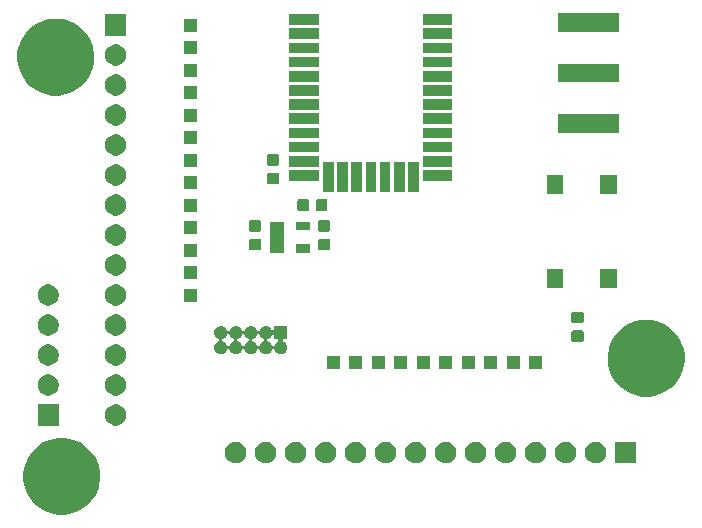
<source format=gbr>
G04 #@! TF.GenerationSoftware,KiCad,Pcbnew,(5.1.5)-3*
G04 #@! TF.CreationDate,2020-02-12T21:54:59-05:00*
G04 #@! TF.ProjectId,BGM210P_Proto,42474d32-3130-4505-9f50-726f746f2e6b,rev?*
G04 #@! TF.SameCoordinates,Original*
G04 #@! TF.FileFunction,Soldermask,Top*
G04 #@! TF.FilePolarity,Negative*
%FSLAX46Y46*%
G04 Gerber Fmt 4.6, Leading zero omitted, Abs format (unit mm)*
G04 Created by KiCad (PCBNEW (5.1.5)-3) date 2020-02-12 21:54:59*
%MOMM*%
%LPD*%
G04 APERTURE LIST*
%ADD10C,0.100000*%
G04 APERTURE END LIST*
D10*
G36*
X151634239Y-116311467D02*
G01*
X151948282Y-116373934D01*
X152539926Y-116619001D01*
X153072392Y-116974784D01*
X153525216Y-117427608D01*
X153880999Y-117960074D01*
X154038939Y-118341375D01*
X154126066Y-118551719D01*
X154251000Y-119179803D01*
X154251000Y-119820197D01*
X154188533Y-120134239D01*
X154126066Y-120448282D01*
X153880999Y-121039926D01*
X153525216Y-121572392D01*
X153072392Y-122025216D01*
X152539926Y-122380999D01*
X151948282Y-122626066D01*
X151634239Y-122688533D01*
X151320197Y-122751000D01*
X150679803Y-122751000D01*
X150365761Y-122688533D01*
X150051718Y-122626066D01*
X149460074Y-122380999D01*
X148927608Y-122025216D01*
X148474784Y-121572392D01*
X148119001Y-121039926D01*
X147873934Y-120448282D01*
X147811467Y-120134239D01*
X147749000Y-119820197D01*
X147749000Y-119179803D01*
X147873934Y-118551719D01*
X147961061Y-118341375D01*
X148119001Y-117960074D01*
X148474784Y-117427608D01*
X148927608Y-116974784D01*
X149460074Y-116619001D01*
X150051718Y-116373934D01*
X150365761Y-116311467D01*
X150679803Y-116249000D01*
X151320197Y-116249000D01*
X151634239Y-116311467D01*
G37*
G36*
X168388512Y-116578927D02*
G01*
X168537812Y-116608624D01*
X168701784Y-116676544D01*
X168849354Y-116775147D01*
X168974853Y-116900646D01*
X169073456Y-117048216D01*
X169141376Y-117212188D01*
X169176000Y-117386259D01*
X169176000Y-117563741D01*
X169141376Y-117737812D01*
X169073456Y-117901784D01*
X168974853Y-118049354D01*
X168849354Y-118174853D01*
X168701784Y-118273456D01*
X168537812Y-118341376D01*
X168388512Y-118371073D01*
X168363742Y-118376000D01*
X168186258Y-118376000D01*
X168161488Y-118371073D01*
X168012188Y-118341376D01*
X167848216Y-118273456D01*
X167700646Y-118174853D01*
X167575147Y-118049354D01*
X167476544Y-117901784D01*
X167408624Y-117737812D01*
X167374000Y-117563741D01*
X167374000Y-117386259D01*
X167408624Y-117212188D01*
X167476544Y-117048216D01*
X167575147Y-116900646D01*
X167700646Y-116775147D01*
X167848216Y-116676544D01*
X168012188Y-116608624D01*
X168161488Y-116578927D01*
X168186258Y-116574000D01*
X168363742Y-116574000D01*
X168388512Y-116578927D01*
G37*
G36*
X165848512Y-116578927D02*
G01*
X165997812Y-116608624D01*
X166161784Y-116676544D01*
X166309354Y-116775147D01*
X166434853Y-116900646D01*
X166533456Y-117048216D01*
X166601376Y-117212188D01*
X166636000Y-117386259D01*
X166636000Y-117563741D01*
X166601376Y-117737812D01*
X166533456Y-117901784D01*
X166434853Y-118049354D01*
X166309354Y-118174853D01*
X166161784Y-118273456D01*
X165997812Y-118341376D01*
X165848512Y-118371073D01*
X165823742Y-118376000D01*
X165646258Y-118376000D01*
X165621488Y-118371073D01*
X165472188Y-118341376D01*
X165308216Y-118273456D01*
X165160646Y-118174853D01*
X165035147Y-118049354D01*
X164936544Y-117901784D01*
X164868624Y-117737812D01*
X164834000Y-117563741D01*
X164834000Y-117386259D01*
X164868624Y-117212188D01*
X164936544Y-117048216D01*
X165035147Y-116900646D01*
X165160646Y-116775147D01*
X165308216Y-116676544D01*
X165472188Y-116608624D01*
X165621488Y-116578927D01*
X165646258Y-116574000D01*
X165823742Y-116574000D01*
X165848512Y-116578927D01*
G37*
G36*
X196328512Y-116578927D02*
G01*
X196477812Y-116608624D01*
X196641784Y-116676544D01*
X196789354Y-116775147D01*
X196914853Y-116900646D01*
X197013456Y-117048216D01*
X197081376Y-117212188D01*
X197116000Y-117386259D01*
X197116000Y-117563741D01*
X197081376Y-117737812D01*
X197013456Y-117901784D01*
X196914853Y-118049354D01*
X196789354Y-118174853D01*
X196641784Y-118273456D01*
X196477812Y-118341376D01*
X196328512Y-118371073D01*
X196303742Y-118376000D01*
X196126258Y-118376000D01*
X196101488Y-118371073D01*
X195952188Y-118341376D01*
X195788216Y-118273456D01*
X195640646Y-118174853D01*
X195515147Y-118049354D01*
X195416544Y-117901784D01*
X195348624Y-117737812D01*
X195314000Y-117563741D01*
X195314000Y-117386259D01*
X195348624Y-117212188D01*
X195416544Y-117048216D01*
X195515147Y-116900646D01*
X195640646Y-116775147D01*
X195788216Y-116676544D01*
X195952188Y-116608624D01*
X196101488Y-116578927D01*
X196126258Y-116574000D01*
X196303742Y-116574000D01*
X196328512Y-116578927D01*
G37*
G36*
X193788512Y-116578927D02*
G01*
X193937812Y-116608624D01*
X194101784Y-116676544D01*
X194249354Y-116775147D01*
X194374853Y-116900646D01*
X194473456Y-117048216D01*
X194541376Y-117212188D01*
X194576000Y-117386259D01*
X194576000Y-117563741D01*
X194541376Y-117737812D01*
X194473456Y-117901784D01*
X194374853Y-118049354D01*
X194249354Y-118174853D01*
X194101784Y-118273456D01*
X193937812Y-118341376D01*
X193788512Y-118371073D01*
X193763742Y-118376000D01*
X193586258Y-118376000D01*
X193561488Y-118371073D01*
X193412188Y-118341376D01*
X193248216Y-118273456D01*
X193100646Y-118174853D01*
X192975147Y-118049354D01*
X192876544Y-117901784D01*
X192808624Y-117737812D01*
X192774000Y-117563741D01*
X192774000Y-117386259D01*
X192808624Y-117212188D01*
X192876544Y-117048216D01*
X192975147Y-116900646D01*
X193100646Y-116775147D01*
X193248216Y-116676544D01*
X193412188Y-116608624D01*
X193561488Y-116578927D01*
X193586258Y-116574000D01*
X193763742Y-116574000D01*
X193788512Y-116578927D01*
G37*
G36*
X191248512Y-116578927D02*
G01*
X191397812Y-116608624D01*
X191561784Y-116676544D01*
X191709354Y-116775147D01*
X191834853Y-116900646D01*
X191933456Y-117048216D01*
X192001376Y-117212188D01*
X192036000Y-117386259D01*
X192036000Y-117563741D01*
X192001376Y-117737812D01*
X191933456Y-117901784D01*
X191834853Y-118049354D01*
X191709354Y-118174853D01*
X191561784Y-118273456D01*
X191397812Y-118341376D01*
X191248512Y-118371073D01*
X191223742Y-118376000D01*
X191046258Y-118376000D01*
X191021488Y-118371073D01*
X190872188Y-118341376D01*
X190708216Y-118273456D01*
X190560646Y-118174853D01*
X190435147Y-118049354D01*
X190336544Y-117901784D01*
X190268624Y-117737812D01*
X190234000Y-117563741D01*
X190234000Y-117386259D01*
X190268624Y-117212188D01*
X190336544Y-117048216D01*
X190435147Y-116900646D01*
X190560646Y-116775147D01*
X190708216Y-116676544D01*
X190872188Y-116608624D01*
X191021488Y-116578927D01*
X191046258Y-116574000D01*
X191223742Y-116574000D01*
X191248512Y-116578927D01*
G37*
G36*
X188708512Y-116578927D02*
G01*
X188857812Y-116608624D01*
X189021784Y-116676544D01*
X189169354Y-116775147D01*
X189294853Y-116900646D01*
X189393456Y-117048216D01*
X189461376Y-117212188D01*
X189496000Y-117386259D01*
X189496000Y-117563741D01*
X189461376Y-117737812D01*
X189393456Y-117901784D01*
X189294853Y-118049354D01*
X189169354Y-118174853D01*
X189021784Y-118273456D01*
X188857812Y-118341376D01*
X188708512Y-118371073D01*
X188683742Y-118376000D01*
X188506258Y-118376000D01*
X188481488Y-118371073D01*
X188332188Y-118341376D01*
X188168216Y-118273456D01*
X188020646Y-118174853D01*
X187895147Y-118049354D01*
X187796544Y-117901784D01*
X187728624Y-117737812D01*
X187694000Y-117563741D01*
X187694000Y-117386259D01*
X187728624Y-117212188D01*
X187796544Y-117048216D01*
X187895147Y-116900646D01*
X188020646Y-116775147D01*
X188168216Y-116676544D01*
X188332188Y-116608624D01*
X188481488Y-116578927D01*
X188506258Y-116574000D01*
X188683742Y-116574000D01*
X188708512Y-116578927D01*
G37*
G36*
X186168512Y-116578927D02*
G01*
X186317812Y-116608624D01*
X186481784Y-116676544D01*
X186629354Y-116775147D01*
X186754853Y-116900646D01*
X186853456Y-117048216D01*
X186921376Y-117212188D01*
X186956000Y-117386259D01*
X186956000Y-117563741D01*
X186921376Y-117737812D01*
X186853456Y-117901784D01*
X186754853Y-118049354D01*
X186629354Y-118174853D01*
X186481784Y-118273456D01*
X186317812Y-118341376D01*
X186168512Y-118371073D01*
X186143742Y-118376000D01*
X185966258Y-118376000D01*
X185941488Y-118371073D01*
X185792188Y-118341376D01*
X185628216Y-118273456D01*
X185480646Y-118174853D01*
X185355147Y-118049354D01*
X185256544Y-117901784D01*
X185188624Y-117737812D01*
X185154000Y-117563741D01*
X185154000Y-117386259D01*
X185188624Y-117212188D01*
X185256544Y-117048216D01*
X185355147Y-116900646D01*
X185480646Y-116775147D01*
X185628216Y-116676544D01*
X185792188Y-116608624D01*
X185941488Y-116578927D01*
X185966258Y-116574000D01*
X186143742Y-116574000D01*
X186168512Y-116578927D01*
G37*
G36*
X181088512Y-116578927D02*
G01*
X181237812Y-116608624D01*
X181401784Y-116676544D01*
X181549354Y-116775147D01*
X181674853Y-116900646D01*
X181773456Y-117048216D01*
X181841376Y-117212188D01*
X181876000Y-117386259D01*
X181876000Y-117563741D01*
X181841376Y-117737812D01*
X181773456Y-117901784D01*
X181674853Y-118049354D01*
X181549354Y-118174853D01*
X181401784Y-118273456D01*
X181237812Y-118341376D01*
X181088512Y-118371073D01*
X181063742Y-118376000D01*
X180886258Y-118376000D01*
X180861488Y-118371073D01*
X180712188Y-118341376D01*
X180548216Y-118273456D01*
X180400646Y-118174853D01*
X180275147Y-118049354D01*
X180176544Y-117901784D01*
X180108624Y-117737812D01*
X180074000Y-117563741D01*
X180074000Y-117386259D01*
X180108624Y-117212188D01*
X180176544Y-117048216D01*
X180275147Y-116900646D01*
X180400646Y-116775147D01*
X180548216Y-116676544D01*
X180712188Y-116608624D01*
X180861488Y-116578927D01*
X180886258Y-116574000D01*
X181063742Y-116574000D01*
X181088512Y-116578927D01*
G37*
G36*
X183628512Y-116578927D02*
G01*
X183777812Y-116608624D01*
X183941784Y-116676544D01*
X184089354Y-116775147D01*
X184214853Y-116900646D01*
X184313456Y-117048216D01*
X184381376Y-117212188D01*
X184416000Y-117386259D01*
X184416000Y-117563741D01*
X184381376Y-117737812D01*
X184313456Y-117901784D01*
X184214853Y-118049354D01*
X184089354Y-118174853D01*
X183941784Y-118273456D01*
X183777812Y-118341376D01*
X183628512Y-118371073D01*
X183603742Y-118376000D01*
X183426258Y-118376000D01*
X183401488Y-118371073D01*
X183252188Y-118341376D01*
X183088216Y-118273456D01*
X182940646Y-118174853D01*
X182815147Y-118049354D01*
X182716544Y-117901784D01*
X182648624Y-117737812D01*
X182614000Y-117563741D01*
X182614000Y-117386259D01*
X182648624Y-117212188D01*
X182716544Y-117048216D01*
X182815147Y-116900646D01*
X182940646Y-116775147D01*
X183088216Y-116676544D01*
X183252188Y-116608624D01*
X183401488Y-116578927D01*
X183426258Y-116574000D01*
X183603742Y-116574000D01*
X183628512Y-116578927D01*
G37*
G36*
X199656000Y-118376000D02*
G01*
X197854000Y-118376000D01*
X197854000Y-116574000D01*
X199656000Y-116574000D01*
X199656000Y-118376000D01*
G37*
G36*
X170928512Y-116578927D02*
G01*
X171077812Y-116608624D01*
X171241784Y-116676544D01*
X171389354Y-116775147D01*
X171514853Y-116900646D01*
X171613456Y-117048216D01*
X171681376Y-117212188D01*
X171716000Y-117386259D01*
X171716000Y-117563741D01*
X171681376Y-117737812D01*
X171613456Y-117901784D01*
X171514853Y-118049354D01*
X171389354Y-118174853D01*
X171241784Y-118273456D01*
X171077812Y-118341376D01*
X170928512Y-118371073D01*
X170903742Y-118376000D01*
X170726258Y-118376000D01*
X170701488Y-118371073D01*
X170552188Y-118341376D01*
X170388216Y-118273456D01*
X170240646Y-118174853D01*
X170115147Y-118049354D01*
X170016544Y-117901784D01*
X169948624Y-117737812D01*
X169914000Y-117563741D01*
X169914000Y-117386259D01*
X169948624Y-117212188D01*
X170016544Y-117048216D01*
X170115147Y-116900646D01*
X170240646Y-116775147D01*
X170388216Y-116676544D01*
X170552188Y-116608624D01*
X170701488Y-116578927D01*
X170726258Y-116574000D01*
X170903742Y-116574000D01*
X170928512Y-116578927D01*
G37*
G36*
X176008512Y-116578927D02*
G01*
X176157812Y-116608624D01*
X176321784Y-116676544D01*
X176469354Y-116775147D01*
X176594853Y-116900646D01*
X176693456Y-117048216D01*
X176761376Y-117212188D01*
X176796000Y-117386259D01*
X176796000Y-117563741D01*
X176761376Y-117737812D01*
X176693456Y-117901784D01*
X176594853Y-118049354D01*
X176469354Y-118174853D01*
X176321784Y-118273456D01*
X176157812Y-118341376D01*
X176008512Y-118371073D01*
X175983742Y-118376000D01*
X175806258Y-118376000D01*
X175781488Y-118371073D01*
X175632188Y-118341376D01*
X175468216Y-118273456D01*
X175320646Y-118174853D01*
X175195147Y-118049354D01*
X175096544Y-117901784D01*
X175028624Y-117737812D01*
X174994000Y-117563741D01*
X174994000Y-117386259D01*
X175028624Y-117212188D01*
X175096544Y-117048216D01*
X175195147Y-116900646D01*
X175320646Y-116775147D01*
X175468216Y-116676544D01*
X175632188Y-116608624D01*
X175781488Y-116578927D01*
X175806258Y-116574000D01*
X175983742Y-116574000D01*
X176008512Y-116578927D01*
G37*
G36*
X178548512Y-116578927D02*
G01*
X178697812Y-116608624D01*
X178861784Y-116676544D01*
X179009354Y-116775147D01*
X179134853Y-116900646D01*
X179233456Y-117048216D01*
X179301376Y-117212188D01*
X179336000Y-117386259D01*
X179336000Y-117563741D01*
X179301376Y-117737812D01*
X179233456Y-117901784D01*
X179134853Y-118049354D01*
X179009354Y-118174853D01*
X178861784Y-118273456D01*
X178697812Y-118341376D01*
X178548512Y-118371073D01*
X178523742Y-118376000D01*
X178346258Y-118376000D01*
X178321488Y-118371073D01*
X178172188Y-118341376D01*
X178008216Y-118273456D01*
X177860646Y-118174853D01*
X177735147Y-118049354D01*
X177636544Y-117901784D01*
X177568624Y-117737812D01*
X177534000Y-117563741D01*
X177534000Y-117386259D01*
X177568624Y-117212188D01*
X177636544Y-117048216D01*
X177735147Y-116900646D01*
X177860646Y-116775147D01*
X178008216Y-116676544D01*
X178172188Y-116608624D01*
X178321488Y-116578927D01*
X178346258Y-116574000D01*
X178523742Y-116574000D01*
X178548512Y-116578927D01*
G37*
G36*
X173468512Y-116578927D02*
G01*
X173617812Y-116608624D01*
X173781784Y-116676544D01*
X173929354Y-116775147D01*
X174054853Y-116900646D01*
X174153456Y-117048216D01*
X174221376Y-117212188D01*
X174256000Y-117386259D01*
X174256000Y-117563741D01*
X174221376Y-117737812D01*
X174153456Y-117901784D01*
X174054853Y-118049354D01*
X173929354Y-118174853D01*
X173781784Y-118273456D01*
X173617812Y-118341376D01*
X173468512Y-118371073D01*
X173443742Y-118376000D01*
X173266258Y-118376000D01*
X173241488Y-118371073D01*
X173092188Y-118341376D01*
X172928216Y-118273456D01*
X172780646Y-118174853D01*
X172655147Y-118049354D01*
X172556544Y-117901784D01*
X172488624Y-117737812D01*
X172454000Y-117563741D01*
X172454000Y-117386259D01*
X172488624Y-117212188D01*
X172556544Y-117048216D01*
X172655147Y-116900646D01*
X172780646Y-116775147D01*
X172928216Y-116676544D01*
X173092188Y-116608624D01*
X173241488Y-116578927D01*
X173266258Y-116574000D01*
X173443742Y-116574000D01*
X173468512Y-116578927D01*
G37*
G36*
X150761000Y-115201000D02*
G01*
X148959000Y-115201000D01*
X148959000Y-113399000D01*
X150761000Y-113399000D01*
X150761000Y-115201000D01*
G37*
G36*
X155688512Y-113403927D02*
G01*
X155837812Y-113433624D01*
X156001784Y-113501544D01*
X156149354Y-113600147D01*
X156274853Y-113725646D01*
X156373456Y-113873216D01*
X156441376Y-114037188D01*
X156476000Y-114211259D01*
X156476000Y-114388741D01*
X156441376Y-114562812D01*
X156373456Y-114726784D01*
X156274853Y-114874354D01*
X156149354Y-114999853D01*
X156001784Y-115098456D01*
X155837812Y-115166376D01*
X155688512Y-115196073D01*
X155663742Y-115201000D01*
X155486258Y-115201000D01*
X155461488Y-115196073D01*
X155312188Y-115166376D01*
X155148216Y-115098456D01*
X155000646Y-114999853D01*
X154875147Y-114874354D01*
X154776544Y-114726784D01*
X154708624Y-114562812D01*
X154674000Y-114388741D01*
X154674000Y-114211259D01*
X154708624Y-114037188D01*
X154776544Y-113873216D01*
X154875147Y-113725646D01*
X155000646Y-113600147D01*
X155148216Y-113501544D01*
X155312188Y-113433624D01*
X155461488Y-113403927D01*
X155486258Y-113399000D01*
X155663742Y-113399000D01*
X155688512Y-113403927D01*
G37*
G36*
X201022547Y-106289250D02*
G01*
X201448282Y-106373934D01*
X202039926Y-106619001D01*
X202440073Y-106886371D01*
X202572391Y-106974783D01*
X203025217Y-107427609D01*
X203046899Y-107460059D01*
X203380999Y-107960074D01*
X203626066Y-108551718D01*
X203665308Y-108749000D01*
X203751000Y-109179803D01*
X203751000Y-109820197D01*
X203711564Y-110018456D01*
X203626066Y-110448282D01*
X203380999Y-111039926D01*
X203025216Y-111572392D01*
X202572392Y-112025216D01*
X202039926Y-112380999D01*
X201448282Y-112626066D01*
X201134239Y-112688533D01*
X200820197Y-112751000D01*
X200179803Y-112751000D01*
X199865761Y-112688533D01*
X199551718Y-112626066D01*
X198960074Y-112380999D01*
X198427608Y-112025216D01*
X197974784Y-111572392D01*
X197619001Y-111039926D01*
X197373934Y-110448282D01*
X197288436Y-110018456D01*
X197249000Y-109820197D01*
X197249000Y-109179803D01*
X197334692Y-108749000D01*
X197373934Y-108551718D01*
X197619001Y-107960074D01*
X197953101Y-107460059D01*
X197974783Y-107427609D01*
X198427609Y-106974783D01*
X198559927Y-106886371D01*
X198960074Y-106619001D01*
X199551718Y-106373934D01*
X199977453Y-106289250D01*
X200179803Y-106249000D01*
X200820197Y-106249000D01*
X201022547Y-106289250D01*
G37*
G36*
X155688512Y-110863927D02*
G01*
X155837812Y-110893624D01*
X156001784Y-110961544D01*
X156149354Y-111060147D01*
X156274853Y-111185646D01*
X156373456Y-111333216D01*
X156441376Y-111497188D01*
X156476000Y-111671259D01*
X156476000Y-111848741D01*
X156441376Y-112022812D01*
X156373456Y-112186784D01*
X156274853Y-112334354D01*
X156149354Y-112459853D01*
X156001784Y-112558456D01*
X155837812Y-112626376D01*
X155688512Y-112656073D01*
X155663742Y-112661000D01*
X155486258Y-112661000D01*
X155461488Y-112656073D01*
X155312188Y-112626376D01*
X155148216Y-112558456D01*
X155000646Y-112459853D01*
X154875147Y-112334354D01*
X154776544Y-112186784D01*
X154708624Y-112022812D01*
X154674000Y-111848741D01*
X154674000Y-111671259D01*
X154708624Y-111497188D01*
X154776544Y-111333216D01*
X154875147Y-111185646D01*
X155000646Y-111060147D01*
X155148216Y-110961544D01*
X155312188Y-110893624D01*
X155461488Y-110863927D01*
X155486258Y-110859000D01*
X155663742Y-110859000D01*
X155688512Y-110863927D01*
G37*
G36*
X149973512Y-110863927D02*
G01*
X150122812Y-110893624D01*
X150286784Y-110961544D01*
X150434354Y-111060147D01*
X150559853Y-111185646D01*
X150658456Y-111333216D01*
X150726376Y-111497188D01*
X150761000Y-111671259D01*
X150761000Y-111848741D01*
X150726376Y-112022812D01*
X150658456Y-112186784D01*
X150559853Y-112334354D01*
X150434354Y-112459853D01*
X150286784Y-112558456D01*
X150122812Y-112626376D01*
X149973512Y-112656073D01*
X149948742Y-112661000D01*
X149771258Y-112661000D01*
X149746488Y-112656073D01*
X149597188Y-112626376D01*
X149433216Y-112558456D01*
X149285646Y-112459853D01*
X149160147Y-112334354D01*
X149061544Y-112186784D01*
X148993624Y-112022812D01*
X148959000Y-111848741D01*
X148959000Y-111671259D01*
X148993624Y-111497188D01*
X149061544Y-111333216D01*
X149160147Y-111185646D01*
X149285646Y-111060147D01*
X149433216Y-110961544D01*
X149597188Y-110893624D01*
X149746488Y-110863927D01*
X149771258Y-110859000D01*
X149948742Y-110859000D01*
X149973512Y-110863927D01*
G37*
G36*
X182161000Y-110406000D02*
G01*
X181059000Y-110406000D01*
X181059000Y-109304000D01*
X182161000Y-109304000D01*
X182161000Y-110406000D01*
G37*
G36*
X174541000Y-110406000D02*
G01*
X173439000Y-110406000D01*
X173439000Y-109304000D01*
X174541000Y-109304000D01*
X174541000Y-110406000D01*
G37*
G36*
X176446000Y-110406000D02*
G01*
X175344000Y-110406000D01*
X175344000Y-109304000D01*
X176446000Y-109304000D01*
X176446000Y-110406000D01*
G37*
G36*
X191686000Y-110406000D02*
G01*
X190584000Y-110406000D01*
X190584000Y-109304000D01*
X191686000Y-109304000D01*
X191686000Y-110406000D01*
G37*
G36*
X187876000Y-110406000D02*
G01*
X186774000Y-110406000D01*
X186774000Y-109304000D01*
X187876000Y-109304000D01*
X187876000Y-110406000D01*
G37*
G36*
X185971000Y-110406000D02*
G01*
X184869000Y-110406000D01*
X184869000Y-109304000D01*
X185971000Y-109304000D01*
X185971000Y-110406000D01*
G37*
G36*
X184066000Y-110406000D02*
G01*
X182964000Y-110406000D01*
X182964000Y-109304000D01*
X184066000Y-109304000D01*
X184066000Y-110406000D01*
G37*
G36*
X180256000Y-110406000D02*
G01*
X179154000Y-110406000D01*
X179154000Y-109304000D01*
X180256000Y-109304000D01*
X180256000Y-110406000D01*
G37*
G36*
X178351000Y-110406000D02*
G01*
X177249000Y-110406000D01*
X177249000Y-109304000D01*
X178351000Y-109304000D01*
X178351000Y-110406000D01*
G37*
G36*
X189781000Y-110406000D02*
G01*
X188679000Y-110406000D01*
X188679000Y-109304000D01*
X189781000Y-109304000D01*
X189781000Y-110406000D01*
G37*
G36*
X155688512Y-108323927D02*
G01*
X155837812Y-108353624D01*
X156001784Y-108421544D01*
X156149354Y-108520147D01*
X156274853Y-108645646D01*
X156373456Y-108793216D01*
X156441376Y-108957188D01*
X156476000Y-109131259D01*
X156476000Y-109308741D01*
X156441376Y-109482812D01*
X156373456Y-109646784D01*
X156274853Y-109794354D01*
X156149354Y-109919853D01*
X156001784Y-110018456D01*
X155837812Y-110086376D01*
X155688512Y-110116073D01*
X155663742Y-110121000D01*
X155486258Y-110121000D01*
X155461488Y-110116073D01*
X155312188Y-110086376D01*
X155148216Y-110018456D01*
X155000646Y-109919853D01*
X154875147Y-109794354D01*
X154776544Y-109646784D01*
X154708624Y-109482812D01*
X154674000Y-109308741D01*
X154674000Y-109131259D01*
X154708624Y-108957188D01*
X154776544Y-108793216D01*
X154875147Y-108645646D01*
X155000646Y-108520147D01*
X155148216Y-108421544D01*
X155312188Y-108353624D01*
X155461488Y-108323927D01*
X155486258Y-108319000D01*
X155663742Y-108319000D01*
X155688512Y-108323927D01*
G37*
G36*
X149973512Y-108323927D02*
G01*
X150122812Y-108353624D01*
X150286784Y-108421544D01*
X150434354Y-108520147D01*
X150559853Y-108645646D01*
X150658456Y-108793216D01*
X150726376Y-108957188D01*
X150761000Y-109131259D01*
X150761000Y-109308741D01*
X150726376Y-109482812D01*
X150658456Y-109646784D01*
X150559853Y-109794354D01*
X150434354Y-109919853D01*
X150286784Y-110018456D01*
X150122812Y-110086376D01*
X149973512Y-110116073D01*
X149948742Y-110121000D01*
X149771258Y-110121000D01*
X149746488Y-110116073D01*
X149597188Y-110086376D01*
X149433216Y-110018456D01*
X149285646Y-109919853D01*
X149160147Y-109794354D01*
X149061544Y-109646784D01*
X148993624Y-109482812D01*
X148959000Y-109308741D01*
X148959000Y-109131259D01*
X148993624Y-108957188D01*
X149061544Y-108793216D01*
X149160147Y-108645646D01*
X149285646Y-108520147D01*
X149433216Y-108421544D01*
X149597188Y-108353624D01*
X149746488Y-108323927D01*
X149771258Y-108319000D01*
X149948742Y-108319000D01*
X149973512Y-108323927D01*
G37*
G36*
X164625721Y-106785174D02*
G01*
X164725995Y-106826709D01*
X164725996Y-106826710D01*
X164816242Y-106887010D01*
X164892990Y-106963758D01*
X164900357Y-106974784D01*
X164953291Y-107054005D01*
X164984516Y-107129389D01*
X164996067Y-107151000D01*
X165011612Y-107169941D01*
X165030554Y-107185487D01*
X165052165Y-107197038D01*
X165075614Y-107204151D01*
X165100000Y-107206553D01*
X165124386Y-107204151D01*
X165147835Y-107197038D01*
X165169446Y-107185487D01*
X165188387Y-107169942D01*
X165203933Y-107151000D01*
X165215484Y-107129389D01*
X165246709Y-107054005D01*
X165299643Y-106974784D01*
X165307010Y-106963758D01*
X165383758Y-106887010D01*
X165474004Y-106826710D01*
X165474005Y-106826709D01*
X165574279Y-106785174D01*
X165680730Y-106764000D01*
X165789270Y-106764000D01*
X165895721Y-106785174D01*
X165995995Y-106826709D01*
X165995996Y-106826710D01*
X166086242Y-106887010D01*
X166162990Y-106963758D01*
X166170357Y-106974784D01*
X166223291Y-107054005D01*
X166254516Y-107129389D01*
X166266067Y-107151000D01*
X166281612Y-107169941D01*
X166300554Y-107185487D01*
X166322165Y-107197038D01*
X166345614Y-107204151D01*
X166370000Y-107206553D01*
X166394386Y-107204151D01*
X166417835Y-107197038D01*
X166439446Y-107185487D01*
X166458387Y-107169942D01*
X166473933Y-107151000D01*
X166485484Y-107129389D01*
X166516709Y-107054005D01*
X166569643Y-106974784D01*
X166577010Y-106963758D01*
X166653758Y-106887010D01*
X166744004Y-106826710D01*
X166744005Y-106826709D01*
X166844279Y-106785174D01*
X166950730Y-106764000D01*
X167059270Y-106764000D01*
X167165721Y-106785174D01*
X167265995Y-106826709D01*
X167265996Y-106826710D01*
X167356242Y-106887010D01*
X167432990Y-106963758D01*
X167440357Y-106974784D01*
X167493291Y-107054005D01*
X167524516Y-107129389D01*
X167536067Y-107151000D01*
X167551612Y-107169941D01*
X167570554Y-107185487D01*
X167592165Y-107197038D01*
X167615614Y-107204151D01*
X167640000Y-107206553D01*
X167664386Y-107204151D01*
X167687835Y-107197038D01*
X167709446Y-107185487D01*
X167728387Y-107169942D01*
X167743933Y-107151000D01*
X167755484Y-107129389D01*
X167786709Y-107054005D01*
X167839643Y-106974784D01*
X167847010Y-106963758D01*
X167923758Y-106887010D01*
X168014004Y-106826710D01*
X168014005Y-106826709D01*
X168114279Y-106785174D01*
X168220730Y-106764000D01*
X168329270Y-106764000D01*
X168435721Y-106785174D01*
X168535995Y-106826709D01*
X168535996Y-106826710D01*
X168626242Y-106887010D01*
X168702990Y-106963758D01*
X168710357Y-106974784D01*
X168765068Y-107056664D01*
X168780614Y-107075606D01*
X168799556Y-107091151D01*
X168821167Y-107102702D01*
X168844615Y-107109815D01*
X168869002Y-107112217D01*
X168893388Y-107109815D01*
X168916837Y-107102702D01*
X168938447Y-107091151D01*
X168957389Y-107075605D01*
X168972934Y-107056663D01*
X168984485Y-107035052D01*
X168991598Y-107011604D01*
X168994000Y-106987218D01*
X168994000Y-106764000D01*
X170096000Y-106764000D01*
X170096000Y-107866000D01*
X169872782Y-107866000D01*
X169848396Y-107868402D01*
X169824947Y-107875515D01*
X169803336Y-107887066D01*
X169784394Y-107902611D01*
X169768849Y-107921553D01*
X169757298Y-107943164D01*
X169750185Y-107966613D01*
X169747783Y-107990999D01*
X169750185Y-108015385D01*
X169757298Y-108038834D01*
X169768849Y-108060445D01*
X169784394Y-108079387D01*
X169803336Y-108094932D01*
X169864816Y-108136012D01*
X169896242Y-108157010D01*
X169972990Y-108233758D01*
X169972991Y-108233760D01*
X170033291Y-108324005D01*
X170074826Y-108424279D01*
X170096000Y-108530730D01*
X170096000Y-108639270D01*
X170074826Y-108745721D01*
X170033291Y-108845995D01*
X170033290Y-108845996D01*
X169972990Y-108936242D01*
X169896242Y-109012990D01*
X169850812Y-109043345D01*
X169805995Y-109073291D01*
X169705721Y-109114826D01*
X169599270Y-109136000D01*
X169490730Y-109136000D01*
X169384279Y-109114826D01*
X169284005Y-109073291D01*
X169239188Y-109043345D01*
X169193758Y-109012990D01*
X169117010Y-108936242D01*
X169056710Y-108845996D01*
X169056709Y-108845995D01*
X169025484Y-108770611D01*
X169013933Y-108749000D01*
X168998388Y-108730059D01*
X168979446Y-108714513D01*
X168957835Y-108702962D01*
X168934386Y-108695849D01*
X168910000Y-108693447D01*
X168885614Y-108695849D01*
X168862165Y-108702962D01*
X168840554Y-108714513D01*
X168821613Y-108730058D01*
X168806067Y-108749000D01*
X168794516Y-108770611D01*
X168763291Y-108845995D01*
X168763290Y-108845996D01*
X168702990Y-108936242D01*
X168626242Y-109012990D01*
X168580812Y-109043345D01*
X168535995Y-109073291D01*
X168435721Y-109114826D01*
X168329270Y-109136000D01*
X168220730Y-109136000D01*
X168114279Y-109114826D01*
X168014005Y-109073291D01*
X167969188Y-109043345D01*
X167923758Y-109012990D01*
X167847010Y-108936242D01*
X167786710Y-108845996D01*
X167786709Y-108845995D01*
X167755484Y-108770611D01*
X167743933Y-108749000D01*
X167728388Y-108730059D01*
X167709446Y-108714513D01*
X167687835Y-108702962D01*
X167664386Y-108695849D01*
X167640000Y-108693447D01*
X167615614Y-108695849D01*
X167592165Y-108702962D01*
X167570554Y-108714513D01*
X167551613Y-108730058D01*
X167536067Y-108749000D01*
X167524516Y-108770611D01*
X167493291Y-108845995D01*
X167493290Y-108845996D01*
X167432990Y-108936242D01*
X167356242Y-109012990D01*
X167310812Y-109043345D01*
X167265995Y-109073291D01*
X167165721Y-109114826D01*
X167059270Y-109136000D01*
X166950730Y-109136000D01*
X166844279Y-109114826D01*
X166744005Y-109073291D01*
X166699188Y-109043345D01*
X166653758Y-109012990D01*
X166577010Y-108936242D01*
X166516710Y-108845996D01*
X166516709Y-108845995D01*
X166485484Y-108770611D01*
X166473933Y-108749000D01*
X166458388Y-108730059D01*
X166439446Y-108714513D01*
X166417835Y-108702962D01*
X166394386Y-108695849D01*
X166370000Y-108693447D01*
X166345614Y-108695849D01*
X166322165Y-108702962D01*
X166300554Y-108714513D01*
X166281613Y-108730058D01*
X166266067Y-108749000D01*
X166254516Y-108770611D01*
X166223291Y-108845995D01*
X166223290Y-108845996D01*
X166162990Y-108936242D01*
X166086242Y-109012990D01*
X166040812Y-109043345D01*
X165995995Y-109073291D01*
X165895721Y-109114826D01*
X165789270Y-109136000D01*
X165680730Y-109136000D01*
X165574279Y-109114826D01*
X165474005Y-109073291D01*
X165429188Y-109043345D01*
X165383758Y-109012990D01*
X165307010Y-108936242D01*
X165246710Y-108845996D01*
X165246709Y-108845995D01*
X165215484Y-108770611D01*
X165203933Y-108749000D01*
X165188388Y-108730059D01*
X165169446Y-108714513D01*
X165147835Y-108702962D01*
X165124386Y-108695849D01*
X165100000Y-108693447D01*
X165075614Y-108695849D01*
X165052165Y-108702962D01*
X165030554Y-108714513D01*
X165011613Y-108730058D01*
X164996067Y-108749000D01*
X164984516Y-108770611D01*
X164953291Y-108845995D01*
X164953290Y-108845996D01*
X164892990Y-108936242D01*
X164816242Y-109012990D01*
X164770812Y-109043345D01*
X164725995Y-109073291D01*
X164625721Y-109114826D01*
X164519270Y-109136000D01*
X164410730Y-109136000D01*
X164304279Y-109114826D01*
X164204005Y-109073291D01*
X164159188Y-109043345D01*
X164113758Y-109012990D01*
X164037010Y-108936242D01*
X163976710Y-108845996D01*
X163976709Y-108845995D01*
X163935174Y-108745721D01*
X163914000Y-108639270D01*
X163914000Y-108530730D01*
X163935174Y-108424279D01*
X163976709Y-108324005D01*
X164037009Y-108233760D01*
X164037010Y-108233758D01*
X164113758Y-108157010D01*
X164186359Y-108108500D01*
X164204005Y-108096709D01*
X164279389Y-108065484D01*
X164301000Y-108053933D01*
X164319941Y-108038388D01*
X164335487Y-108019446D01*
X164347038Y-107997835D01*
X164354151Y-107974386D01*
X164356553Y-107950000D01*
X164573447Y-107950000D01*
X164575849Y-107974386D01*
X164582962Y-107997835D01*
X164594513Y-108019446D01*
X164610058Y-108038387D01*
X164629000Y-108053933D01*
X164650611Y-108065484D01*
X164725995Y-108096709D01*
X164743641Y-108108500D01*
X164816242Y-108157010D01*
X164892990Y-108233758D01*
X164892991Y-108233760D01*
X164953291Y-108324005D01*
X164984516Y-108399389D01*
X164996067Y-108421000D01*
X165011612Y-108439941D01*
X165030554Y-108455487D01*
X165052165Y-108467038D01*
X165075614Y-108474151D01*
X165100000Y-108476553D01*
X165124386Y-108474151D01*
X165147835Y-108467038D01*
X165169446Y-108455487D01*
X165188387Y-108439942D01*
X165203933Y-108421000D01*
X165215484Y-108399389D01*
X165246709Y-108324005D01*
X165307009Y-108233760D01*
X165307010Y-108233758D01*
X165383758Y-108157010D01*
X165456359Y-108108500D01*
X165474005Y-108096709D01*
X165549389Y-108065484D01*
X165571000Y-108053933D01*
X165589941Y-108038388D01*
X165605487Y-108019446D01*
X165617038Y-107997835D01*
X165624151Y-107974386D01*
X165626553Y-107950000D01*
X165843447Y-107950000D01*
X165845849Y-107974386D01*
X165852962Y-107997835D01*
X165864513Y-108019446D01*
X165880058Y-108038387D01*
X165899000Y-108053933D01*
X165920611Y-108065484D01*
X165995995Y-108096709D01*
X166013641Y-108108500D01*
X166086242Y-108157010D01*
X166162990Y-108233758D01*
X166162991Y-108233760D01*
X166223291Y-108324005D01*
X166254516Y-108399389D01*
X166266067Y-108421000D01*
X166281612Y-108439941D01*
X166300554Y-108455487D01*
X166322165Y-108467038D01*
X166345614Y-108474151D01*
X166370000Y-108476553D01*
X166394386Y-108474151D01*
X166417835Y-108467038D01*
X166439446Y-108455487D01*
X166458387Y-108439942D01*
X166473933Y-108421000D01*
X166485484Y-108399389D01*
X166516709Y-108324005D01*
X166577009Y-108233760D01*
X166577010Y-108233758D01*
X166653758Y-108157010D01*
X166726359Y-108108500D01*
X166744005Y-108096709D01*
X166819389Y-108065484D01*
X166841000Y-108053933D01*
X166859941Y-108038388D01*
X166875487Y-108019446D01*
X166887038Y-107997835D01*
X166894151Y-107974386D01*
X166896553Y-107950000D01*
X167113447Y-107950000D01*
X167115849Y-107974386D01*
X167122962Y-107997835D01*
X167134513Y-108019446D01*
X167150058Y-108038387D01*
X167169000Y-108053933D01*
X167190611Y-108065484D01*
X167265995Y-108096709D01*
X167283641Y-108108500D01*
X167356242Y-108157010D01*
X167432990Y-108233758D01*
X167432991Y-108233760D01*
X167493291Y-108324005D01*
X167524516Y-108399389D01*
X167536067Y-108421000D01*
X167551612Y-108439941D01*
X167570554Y-108455487D01*
X167592165Y-108467038D01*
X167615614Y-108474151D01*
X167640000Y-108476553D01*
X167664386Y-108474151D01*
X167687835Y-108467038D01*
X167709446Y-108455487D01*
X167728387Y-108439942D01*
X167743933Y-108421000D01*
X167755484Y-108399389D01*
X167786709Y-108324005D01*
X167847009Y-108233760D01*
X167847010Y-108233758D01*
X167923758Y-108157010D01*
X167996359Y-108108500D01*
X168014005Y-108096709D01*
X168089389Y-108065484D01*
X168111000Y-108053933D01*
X168129941Y-108038388D01*
X168145487Y-108019446D01*
X168157038Y-107997835D01*
X168164151Y-107974386D01*
X168166553Y-107950000D01*
X168383447Y-107950000D01*
X168385849Y-107974386D01*
X168392962Y-107997835D01*
X168404513Y-108019446D01*
X168420058Y-108038387D01*
X168439000Y-108053933D01*
X168460611Y-108065484D01*
X168535995Y-108096709D01*
X168553641Y-108108500D01*
X168626242Y-108157010D01*
X168702990Y-108233758D01*
X168702991Y-108233760D01*
X168763291Y-108324005D01*
X168794516Y-108399389D01*
X168806067Y-108421000D01*
X168821612Y-108439941D01*
X168840554Y-108455487D01*
X168862165Y-108467038D01*
X168885614Y-108474151D01*
X168910000Y-108476553D01*
X168934386Y-108474151D01*
X168957835Y-108467038D01*
X168979446Y-108455487D01*
X168998387Y-108439942D01*
X169013933Y-108421000D01*
X169025484Y-108399389D01*
X169056709Y-108324005D01*
X169117009Y-108233760D01*
X169117010Y-108233758D01*
X169193758Y-108157010D01*
X169225184Y-108136012D01*
X169286664Y-108094932D01*
X169305606Y-108079386D01*
X169321151Y-108060444D01*
X169332702Y-108038833D01*
X169339815Y-108015385D01*
X169342217Y-107990998D01*
X169339815Y-107966612D01*
X169332702Y-107943163D01*
X169321151Y-107921553D01*
X169305605Y-107902611D01*
X169286663Y-107887066D01*
X169265052Y-107875515D01*
X169241604Y-107868402D01*
X169217218Y-107866000D01*
X168994000Y-107866000D01*
X168994000Y-107642782D01*
X168991598Y-107618396D01*
X168984485Y-107594947D01*
X168972934Y-107573336D01*
X168957389Y-107554394D01*
X168938447Y-107538849D01*
X168916836Y-107527298D01*
X168893387Y-107520185D01*
X168869001Y-107517783D01*
X168844615Y-107520185D01*
X168821166Y-107527298D01*
X168799555Y-107538849D01*
X168780613Y-107554394D01*
X168765068Y-107573336D01*
X168723988Y-107634816D01*
X168702990Y-107666242D01*
X168626242Y-107742990D01*
X168580812Y-107773345D01*
X168535995Y-107803291D01*
X168460611Y-107834516D01*
X168439000Y-107846067D01*
X168420059Y-107861612D01*
X168404513Y-107880554D01*
X168392962Y-107902165D01*
X168385849Y-107925614D01*
X168383447Y-107950000D01*
X168166553Y-107950000D01*
X168164151Y-107925614D01*
X168157038Y-107902165D01*
X168145487Y-107880554D01*
X168129942Y-107861613D01*
X168111000Y-107846067D01*
X168089389Y-107834516D01*
X168014005Y-107803291D01*
X167969188Y-107773345D01*
X167923758Y-107742990D01*
X167847010Y-107666242D01*
X167815041Y-107618396D01*
X167786709Y-107575995D01*
X167755484Y-107500611D01*
X167743933Y-107479000D01*
X167728388Y-107460059D01*
X167709446Y-107444513D01*
X167687835Y-107432962D01*
X167664386Y-107425849D01*
X167640000Y-107423447D01*
X167615614Y-107425849D01*
X167592165Y-107432962D01*
X167570554Y-107444513D01*
X167551613Y-107460058D01*
X167536067Y-107479000D01*
X167524516Y-107500611D01*
X167493291Y-107575995D01*
X167464959Y-107618396D01*
X167432990Y-107666242D01*
X167356242Y-107742990D01*
X167310812Y-107773345D01*
X167265995Y-107803291D01*
X167190611Y-107834516D01*
X167169000Y-107846067D01*
X167150059Y-107861612D01*
X167134513Y-107880554D01*
X167122962Y-107902165D01*
X167115849Y-107925614D01*
X167113447Y-107950000D01*
X166896553Y-107950000D01*
X166894151Y-107925614D01*
X166887038Y-107902165D01*
X166875487Y-107880554D01*
X166859942Y-107861613D01*
X166841000Y-107846067D01*
X166819389Y-107834516D01*
X166744005Y-107803291D01*
X166699188Y-107773345D01*
X166653758Y-107742990D01*
X166577010Y-107666242D01*
X166545041Y-107618396D01*
X166516709Y-107575995D01*
X166485484Y-107500611D01*
X166473933Y-107479000D01*
X166458388Y-107460059D01*
X166439446Y-107444513D01*
X166417835Y-107432962D01*
X166394386Y-107425849D01*
X166370000Y-107423447D01*
X166345614Y-107425849D01*
X166322165Y-107432962D01*
X166300554Y-107444513D01*
X166281613Y-107460058D01*
X166266067Y-107479000D01*
X166254516Y-107500611D01*
X166223291Y-107575995D01*
X166194959Y-107618396D01*
X166162990Y-107666242D01*
X166086242Y-107742990D01*
X166040812Y-107773345D01*
X165995995Y-107803291D01*
X165920611Y-107834516D01*
X165899000Y-107846067D01*
X165880059Y-107861612D01*
X165864513Y-107880554D01*
X165852962Y-107902165D01*
X165845849Y-107925614D01*
X165843447Y-107950000D01*
X165626553Y-107950000D01*
X165624151Y-107925614D01*
X165617038Y-107902165D01*
X165605487Y-107880554D01*
X165589942Y-107861613D01*
X165571000Y-107846067D01*
X165549389Y-107834516D01*
X165474005Y-107803291D01*
X165429188Y-107773345D01*
X165383758Y-107742990D01*
X165307010Y-107666242D01*
X165275041Y-107618396D01*
X165246709Y-107575995D01*
X165215484Y-107500611D01*
X165203933Y-107479000D01*
X165188388Y-107460059D01*
X165169446Y-107444513D01*
X165147835Y-107432962D01*
X165124386Y-107425849D01*
X165100000Y-107423447D01*
X165075614Y-107425849D01*
X165052165Y-107432962D01*
X165030554Y-107444513D01*
X165011613Y-107460058D01*
X164996067Y-107479000D01*
X164984516Y-107500611D01*
X164953291Y-107575995D01*
X164924959Y-107618396D01*
X164892990Y-107666242D01*
X164816242Y-107742990D01*
X164770812Y-107773345D01*
X164725995Y-107803291D01*
X164650611Y-107834516D01*
X164629000Y-107846067D01*
X164610059Y-107861612D01*
X164594513Y-107880554D01*
X164582962Y-107902165D01*
X164575849Y-107925614D01*
X164573447Y-107950000D01*
X164356553Y-107950000D01*
X164354151Y-107925614D01*
X164347038Y-107902165D01*
X164335487Y-107880554D01*
X164319942Y-107861613D01*
X164301000Y-107846067D01*
X164279389Y-107834516D01*
X164204005Y-107803291D01*
X164159188Y-107773345D01*
X164113758Y-107742990D01*
X164037010Y-107666242D01*
X164005041Y-107618396D01*
X163976709Y-107575995D01*
X163935174Y-107475721D01*
X163914000Y-107369270D01*
X163914000Y-107260730D01*
X163935174Y-107154279D01*
X163976709Y-107054005D01*
X164029643Y-106974784D01*
X164037010Y-106963758D01*
X164113758Y-106887010D01*
X164204004Y-106826710D01*
X164204005Y-106826709D01*
X164304279Y-106785174D01*
X164410730Y-106764000D01*
X164519270Y-106764000D01*
X164625721Y-106785174D01*
G37*
G36*
X195070591Y-107135585D02*
G01*
X195104569Y-107145893D01*
X195135890Y-107162634D01*
X195163339Y-107185161D01*
X195185866Y-107212610D01*
X195202607Y-107243931D01*
X195212915Y-107277909D01*
X195217000Y-107319390D01*
X195217000Y-107920610D01*
X195212915Y-107962091D01*
X195202607Y-107996069D01*
X195185866Y-108027390D01*
X195163339Y-108054839D01*
X195135890Y-108077366D01*
X195104569Y-108094107D01*
X195070591Y-108104415D01*
X195029110Y-108108500D01*
X194352890Y-108108500D01*
X194311409Y-108104415D01*
X194277431Y-108094107D01*
X194246110Y-108077366D01*
X194218661Y-108054839D01*
X194196134Y-108027390D01*
X194179393Y-107996069D01*
X194169085Y-107962091D01*
X194165000Y-107920610D01*
X194165000Y-107319390D01*
X194169085Y-107277909D01*
X194179393Y-107243931D01*
X194196134Y-107212610D01*
X194218661Y-107185161D01*
X194246110Y-107162634D01*
X194277431Y-107145893D01*
X194311409Y-107135585D01*
X194352890Y-107131500D01*
X195029110Y-107131500D01*
X195070591Y-107135585D01*
G37*
G36*
X155688512Y-105783927D02*
G01*
X155837812Y-105813624D01*
X156001784Y-105881544D01*
X156149354Y-105980147D01*
X156274853Y-106105646D01*
X156373456Y-106253216D01*
X156441376Y-106417188D01*
X156476000Y-106591259D01*
X156476000Y-106768741D01*
X156441376Y-106942812D01*
X156373456Y-107106784D01*
X156274853Y-107254354D01*
X156149354Y-107379853D01*
X156001784Y-107478456D01*
X155837812Y-107546376D01*
X155688903Y-107575995D01*
X155663742Y-107581000D01*
X155486258Y-107581000D01*
X155461097Y-107575995D01*
X155312188Y-107546376D01*
X155148216Y-107478456D01*
X155000646Y-107379853D01*
X154875147Y-107254354D01*
X154776544Y-107106784D01*
X154708624Y-106942812D01*
X154674000Y-106768741D01*
X154674000Y-106591259D01*
X154708624Y-106417188D01*
X154776544Y-106253216D01*
X154875147Y-106105646D01*
X155000646Y-105980147D01*
X155148216Y-105881544D01*
X155312188Y-105813624D01*
X155461488Y-105783927D01*
X155486258Y-105779000D01*
X155663742Y-105779000D01*
X155688512Y-105783927D01*
G37*
G36*
X149973512Y-105783927D02*
G01*
X150122812Y-105813624D01*
X150286784Y-105881544D01*
X150434354Y-105980147D01*
X150559853Y-106105646D01*
X150658456Y-106253216D01*
X150726376Y-106417188D01*
X150761000Y-106591259D01*
X150761000Y-106768741D01*
X150726376Y-106942812D01*
X150658456Y-107106784D01*
X150559853Y-107254354D01*
X150434354Y-107379853D01*
X150286784Y-107478456D01*
X150122812Y-107546376D01*
X149973903Y-107575995D01*
X149948742Y-107581000D01*
X149771258Y-107581000D01*
X149746097Y-107575995D01*
X149597188Y-107546376D01*
X149433216Y-107478456D01*
X149285646Y-107379853D01*
X149160147Y-107254354D01*
X149061544Y-107106784D01*
X148993624Y-106942812D01*
X148959000Y-106768741D01*
X148959000Y-106591259D01*
X148993624Y-106417188D01*
X149061544Y-106253216D01*
X149160147Y-106105646D01*
X149285646Y-105980147D01*
X149433216Y-105881544D01*
X149597188Y-105813624D01*
X149746488Y-105783927D01*
X149771258Y-105779000D01*
X149948742Y-105779000D01*
X149973512Y-105783927D01*
G37*
G36*
X195070591Y-105560585D02*
G01*
X195104569Y-105570893D01*
X195135890Y-105587634D01*
X195163339Y-105610161D01*
X195185866Y-105637610D01*
X195202607Y-105668931D01*
X195212915Y-105702909D01*
X195217000Y-105744390D01*
X195217000Y-106345610D01*
X195212915Y-106387091D01*
X195202607Y-106421069D01*
X195185866Y-106452390D01*
X195163339Y-106479839D01*
X195135890Y-106502366D01*
X195104569Y-106519107D01*
X195070591Y-106529415D01*
X195029110Y-106533500D01*
X194352890Y-106533500D01*
X194311409Y-106529415D01*
X194277431Y-106519107D01*
X194246110Y-106502366D01*
X194218661Y-106479839D01*
X194196134Y-106452390D01*
X194179393Y-106421069D01*
X194169085Y-106387091D01*
X194165000Y-106345610D01*
X194165000Y-105744390D01*
X194169085Y-105702909D01*
X194179393Y-105668931D01*
X194196134Y-105637610D01*
X194218661Y-105610161D01*
X194246110Y-105587634D01*
X194277431Y-105570893D01*
X194311409Y-105560585D01*
X194352890Y-105556500D01*
X195029110Y-105556500D01*
X195070591Y-105560585D01*
G37*
G36*
X149973512Y-103243927D02*
G01*
X150122812Y-103273624D01*
X150286784Y-103341544D01*
X150434354Y-103440147D01*
X150559853Y-103565646D01*
X150658456Y-103713216D01*
X150726376Y-103877188D01*
X150761000Y-104051259D01*
X150761000Y-104228741D01*
X150726376Y-104402812D01*
X150658456Y-104566784D01*
X150559853Y-104714354D01*
X150434354Y-104839853D01*
X150286784Y-104938456D01*
X150122812Y-105006376D01*
X149973512Y-105036073D01*
X149948742Y-105041000D01*
X149771258Y-105041000D01*
X149746488Y-105036073D01*
X149597188Y-105006376D01*
X149433216Y-104938456D01*
X149285646Y-104839853D01*
X149160147Y-104714354D01*
X149061544Y-104566784D01*
X148993624Y-104402812D01*
X148959000Y-104228741D01*
X148959000Y-104051259D01*
X148993624Y-103877188D01*
X149061544Y-103713216D01*
X149160147Y-103565646D01*
X149285646Y-103440147D01*
X149433216Y-103341544D01*
X149597188Y-103273624D01*
X149746488Y-103243927D01*
X149771258Y-103239000D01*
X149948742Y-103239000D01*
X149973512Y-103243927D01*
G37*
G36*
X155688512Y-103243927D02*
G01*
X155837812Y-103273624D01*
X156001784Y-103341544D01*
X156149354Y-103440147D01*
X156274853Y-103565646D01*
X156373456Y-103713216D01*
X156441376Y-103877188D01*
X156476000Y-104051259D01*
X156476000Y-104228741D01*
X156441376Y-104402812D01*
X156373456Y-104566784D01*
X156274853Y-104714354D01*
X156149354Y-104839853D01*
X156001784Y-104938456D01*
X155837812Y-105006376D01*
X155688512Y-105036073D01*
X155663742Y-105041000D01*
X155486258Y-105041000D01*
X155461488Y-105036073D01*
X155312188Y-105006376D01*
X155148216Y-104938456D01*
X155000646Y-104839853D01*
X154875147Y-104714354D01*
X154776544Y-104566784D01*
X154708624Y-104402812D01*
X154674000Y-104228741D01*
X154674000Y-104051259D01*
X154708624Y-103877188D01*
X154776544Y-103713216D01*
X154875147Y-103565646D01*
X155000646Y-103440147D01*
X155148216Y-103341544D01*
X155312188Y-103273624D01*
X155461488Y-103243927D01*
X155486258Y-103239000D01*
X155663742Y-103239000D01*
X155688512Y-103243927D01*
G37*
G36*
X162476000Y-104691000D02*
G01*
X161374000Y-104691000D01*
X161374000Y-103589000D01*
X162476000Y-103589000D01*
X162476000Y-104691000D01*
G37*
G36*
X197987000Y-103569000D02*
G01*
X196585000Y-103569000D01*
X196585000Y-101917000D01*
X197987000Y-101917000D01*
X197987000Y-103569000D01*
G37*
G36*
X193487000Y-103569000D02*
G01*
X192085000Y-103569000D01*
X192085000Y-101917000D01*
X193487000Y-101917000D01*
X193487000Y-103569000D01*
G37*
G36*
X162476000Y-102786000D02*
G01*
X161374000Y-102786000D01*
X161374000Y-101684000D01*
X162476000Y-101684000D01*
X162476000Y-102786000D01*
G37*
G36*
X155688512Y-100703927D02*
G01*
X155837812Y-100733624D01*
X156001784Y-100801544D01*
X156149354Y-100900147D01*
X156274853Y-101025646D01*
X156373456Y-101173216D01*
X156441376Y-101337188D01*
X156476000Y-101511259D01*
X156476000Y-101688741D01*
X156441376Y-101862812D01*
X156373456Y-102026784D01*
X156274853Y-102174354D01*
X156149354Y-102299853D01*
X156001784Y-102398456D01*
X155837812Y-102466376D01*
X155688512Y-102496073D01*
X155663742Y-102501000D01*
X155486258Y-102501000D01*
X155461488Y-102496073D01*
X155312188Y-102466376D01*
X155148216Y-102398456D01*
X155000646Y-102299853D01*
X154875147Y-102174354D01*
X154776544Y-102026784D01*
X154708624Y-101862812D01*
X154674000Y-101688741D01*
X154674000Y-101511259D01*
X154708624Y-101337188D01*
X154776544Y-101173216D01*
X154875147Y-101025646D01*
X155000646Y-100900147D01*
X155148216Y-100801544D01*
X155312188Y-100733624D01*
X155461488Y-100703927D01*
X155486258Y-100699000D01*
X155663742Y-100699000D01*
X155688512Y-100703927D01*
G37*
G36*
X162476000Y-100881000D02*
G01*
X161374000Y-100881000D01*
X161374000Y-99779000D01*
X162476000Y-99779000D01*
X162476000Y-100881000D01*
G37*
G36*
X169788000Y-100574000D02*
G01*
X168626000Y-100574000D01*
X168626000Y-97922000D01*
X169788000Y-97922000D01*
X169788000Y-100574000D01*
G37*
G36*
X171988000Y-100574000D02*
G01*
X170826000Y-100574000D01*
X170826000Y-99822000D01*
X171988000Y-99822000D01*
X171988000Y-100574000D01*
G37*
G36*
X173607591Y-99388585D02*
G01*
X173641569Y-99398893D01*
X173672890Y-99415634D01*
X173700339Y-99438161D01*
X173722866Y-99465610D01*
X173739607Y-99496931D01*
X173749915Y-99530909D01*
X173754000Y-99572390D01*
X173754000Y-100173610D01*
X173749915Y-100215091D01*
X173739607Y-100249069D01*
X173722866Y-100280390D01*
X173700339Y-100307839D01*
X173672890Y-100330366D01*
X173641569Y-100347107D01*
X173607591Y-100357415D01*
X173566110Y-100361500D01*
X172889890Y-100361500D01*
X172848409Y-100357415D01*
X172814431Y-100347107D01*
X172783110Y-100330366D01*
X172755661Y-100307839D01*
X172733134Y-100280390D01*
X172716393Y-100249069D01*
X172706085Y-100215091D01*
X172702000Y-100173610D01*
X172702000Y-99572390D01*
X172706085Y-99530909D01*
X172716393Y-99496931D01*
X172733134Y-99465610D01*
X172755661Y-99438161D01*
X172783110Y-99415634D01*
X172814431Y-99398893D01*
X172848409Y-99388585D01*
X172889890Y-99384500D01*
X173566110Y-99384500D01*
X173607591Y-99388585D01*
G37*
G36*
X167765591Y-99388585D02*
G01*
X167799569Y-99398893D01*
X167830890Y-99415634D01*
X167858339Y-99438161D01*
X167880866Y-99465610D01*
X167897607Y-99496931D01*
X167907915Y-99530909D01*
X167912000Y-99572390D01*
X167912000Y-100173610D01*
X167907915Y-100215091D01*
X167897607Y-100249069D01*
X167880866Y-100280390D01*
X167858339Y-100307839D01*
X167830890Y-100330366D01*
X167799569Y-100347107D01*
X167765591Y-100357415D01*
X167724110Y-100361500D01*
X167047890Y-100361500D01*
X167006409Y-100357415D01*
X166972431Y-100347107D01*
X166941110Y-100330366D01*
X166913661Y-100307839D01*
X166891134Y-100280390D01*
X166874393Y-100249069D01*
X166864085Y-100215091D01*
X166860000Y-100173610D01*
X166860000Y-99572390D01*
X166864085Y-99530909D01*
X166874393Y-99496931D01*
X166891134Y-99465610D01*
X166913661Y-99438161D01*
X166941110Y-99415634D01*
X166972431Y-99398893D01*
X167006409Y-99388585D01*
X167047890Y-99384500D01*
X167724110Y-99384500D01*
X167765591Y-99388585D01*
G37*
G36*
X155688512Y-98163927D02*
G01*
X155837812Y-98193624D01*
X156001784Y-98261544D01*
X156149354Y-98360147D01*
X156274853Y-98485646D01*
X156373456Y-98633216D01*
X156441376Y-98797188D01*
X156476000Y-98971259D01*
X156476000Y-99148741D01*
X156441376Y-99322812D01*
X156373456Y-99486784D01*
X156274853Y-99634354D01*
X156149354Y-99759853D01*
X156001784Y-99858456D01*
X155837812Y-99926376D01*
X155688512Y-99956073D01*
X155663742Y-99961000D01*
X155486258Y-99961000D01*
X155461488Y-99956073D01*
X155312188Y-99926376D01*
X155148216Y-99858456D01*
X155000646Y-99759853D01*
X154875147Y-99634354D01*
X154776544Y-99486784D01*
X154708624Y-99322812D01*
X154674000Y-99148741D01*
X154674000Y-98971259D01*
X154708624Y-98797188D01*
X154776544Y-98633216D01*
X154875147Y-98485646D01*
X155000646Y-98360147D01*
X155148216Y-98261544D01*
X155312188Y-98193624D01*
X155461488Y-98163927D01*
X155486258Y-98159000D01*
X155663742Y-98159000D01*
X155688512Y-98163927D01*
G37*
G36*
X162476000Y-98976000D02*
G01*
X161374000Y-98976000D01*
X161374000Y-97874000D01*
X162476000Y-97874000D01*
X162476000Y-98976000D01*
G37*
G36*
X173607591Y-97813585D02*
G01*
X173641569Y-97823893D01*
X173672890Y-97840634D01*
X173700339Y-97863161D01*
X173722866Y-97890610D01*
X173739607Y-97921931D01*
X173749915Y-97955909D01*
X173754000Y-97997390D01*
X173754000Y-98598610D01*
X173749915Y-98640091D01*
X173739607Y-98674069D01*
X173722866Y-98705390D01*
X173700339Y-98732839D01*
X173672890Y-98755366D01*
X173641569Y-98772107D01*
X173607591Y-98782415D01*
X173566110Y-98786500D01*
X172889890Y-98786500D01*
X172848409Y-98782415D01*
X172814431Y-98772107D01*
X172783110Y-98755366D01*
X172755661Y-98732839D01*
X172733134Y-98705390D01*
X172716393Y-98674069D01*
X172706085Y-98640091D01*
X172702000Y-98598610D01*
X172702000Y-97997390D01*
X172706085Y-97955909D01*
X172716393Y-97921931D01*
X172733134Y-97890610D01*
X172755661Y-97863161D01*
X172783110Y-97840634D01*
X172814431Y-97823893D01*
X172848409Y-97813585D01*
X172889890Y-97809500D01*
X173566110Y-97809500D01*
X173607591Y-97813585D01*
G37*
G36*
X167765591Y-97813585D02*
G01*
X167799569Y-97823893D01*
X167830890Y-97840634D01*
X167858339Y-97863161D01*
X167880866Y-97890610D01*
X167897607Y-97921931D01*
X167907915Y-97955909D01*
X167912000Y-97997390D01*
X167912000Y-98598610D01*
X167907915Y-98640091D01*
X167897607Y-98674069D01*
X167880866Y-98705390D01*
X167858339Y-98732839D01*
X167830890Y-98755366D01*
X167799569Y-98772107D01*
X167765591Y-98782415D01*
X167724110Y-98786500D01*
X167047890Y-98786500D01*
X167006409Y-98782415D01*
X166972431Y-98772107D01*
X166941110Y-98755366D01*
X166913661Y-98732839D01*
X166891134Y-98705390D01*
X166874393Y-98674069D01*
X166864085Y-98640091D01*
X166860000Y-98598610D01*
X166860000Y-97997390D01*
X166864085Y-97955909D01*
X166874393Y-97921931D01*
X166891134Y-97890610D01*
X166913661Y-97863161D01*
X166941110Y-97840634D01*
X166972431Y-97823893D01*
X167006409Y-97813585D01*
X167047890Y-97809500D01*
X167724110Y-97809500D01*
X167765591Y-97813585D01*
G37*
G36*
X171988000Y-98674000D02*
G01*
X170826000Y-98674000D01*
X170826000Y-97922000D01*
X171988000Y-97922000D01*
X171988000Y-98674000D01*
G37*
G36*
X155688512Y-95623927D02*
G01*
X155837812Y-95653624D01*
X156001784Y-95721544D01*
X156149354Y-95820147D01*
X156274853Y-95945646D01*
X156373456Y-96093216D01*
X156441376Y-96257188D01*
X156476000Y-96431259D01*
X156476000Y-96608741D01*
X156441376Y-96782812D01*
X156373456Y-96946784D01*
X156274853Y-97094354D01*
X156149354Y-97219853D01*
X156001784Y-97318456D01*
X155837812Y-97386376D01*
X155688512Y-97416073D01*
X155663742Y-97421000D01*
X155486258Y-97421000D01*
X155461488Y-97416073D01*
X155312188Y-97386376D01*
X155148216Y-97318456D01*
X155000646Y-97219853D01*
X154875147Y-97094354D01*
X154776544Y-96946784D01*
X154708624Y-96782812D01*
X154674000Y-96608741D01*
X154674000Y-96431259D01*
X154708624Y-96257188D01*
X154776544Y-96093216D01*
X154875147Y-95945646D01*
X155000646Y-95820147D01*
X155148216Y-95721544D01*
X155312188Y-95653624D01*
X155461488Y-95623927D01*
X155486258Y-95619000D01*
X155663742Y-95619000D01*
X155688512Y-95623927D01*
G37*
G36*
X162476000Y-97071000D02*
G01*
X161374000Y-97071000D01*
X161374000Y-95969000D01*
X162476000Y-95969000D01*
X162476000Y-97071000D01*
G37*
G36*
X171789591Y-95998085D02*
G01*
X171823569Y-96008393D01*
X171854890Y-96025134D01*
X171882339Y-96047661D01*
X171904866Y-96075110D01*
X171921607Y-96106431D01*
X171931915Y-96140409D01*
X171936000Y-96181890D01*
X171936000Y-96858110D01*
X171931915Y-96899591D01*
X171921607Y-96933569D01*
X171904866Y-96964890D01*
X171882339Y-96992339D01*
X171854890Y-97014866D01*
X171823569Y-97031607D01*
X171789591Y-97041915D01*
X171748110Y-97046000D01*
X171146890Y-97046000D01*
X171105409Y-97041915D01*
X171071431Y-97031607D01*
X171040110Y-97014866D01*
X171012661Y-96992339D01*
X170990134Y-96964890D01*
X170973393Y-96933569D01*
X170963085Y-96899591D01*
X170959000Y-96858110D01*
X170959000Y-96181890D01*
X170963085Y-96140409D01*
X170973393Y-96106431D01*
X170990134Y-96075110D01*
X171012661Y-96047661D01*
X171040110Y-96025134D01*
X171071431Y-96008393D01*
X171105409Y-95998085D01*
X171146890Y-95994000D01*
X171748110Y-95994000D01*
X171789591Y-95998085D01*
G37*
G36*
X173364591Y-95998085D02*
G01*
X173398569Y-96008393D01*
X173429890Y-96025134D01*
X173457339Y-96047661D01*
X173479866Y-96075110D01*
X173496607Y-96106431D01*
X173506915Y-96140409D01*
X173511000Y-96181890D01*
X173511000Y-96858110D01*
X173506915Y-96899591D01*
X173496607Y-96933569D01*
X173479866Y-96964890D01*
X173457339Y-96992339D01*
X173429890Y-97014866D01*
X173398569Y-97031607D01*
X173364591Y-97041915D01*
X173323110Y-97046000D01*
X172721890Y-97046000D01*
X172680409Y-97041915D01*
X172646431Y-97031607D01*
X172615110Y-97014866D01*
X172587661Y-96992339D01*
X172565134Y-96964890D01*
X172548393Y-96933569D01*
X172538085Y-96899591D01*
X172534000Y-96858110D01*
X172534000Y-96181890D01*
X172538085Y-96140409D01*
X172548393Y-96106431D01*
X172565134Y-96075110D01*
X172587661Y-96047661D01*
X172615110Y-96025134D01*
X172646431Y-96008393D01*
X172680409Y-95998085D01*
X172721890Y-95994000D01*
X173323110Y-95994000D01*
X173364591Y-95998085D01*
G37*
G36*
X197987000Y-95609000D02*
G01*
X196585000Y-95609000D01*
X196585000Y-93957000D01*
X197987000Y-93957000D01*
X197987000Y-95609000D01*
G37*
G36*
X193487000Y-95609000D02*
G01*
X192085000Y-95609000D01*
X192085000Y-93957000D01*
X193487000Y-93957000D01*
X193487000Y-95609000D01*
G37*
G36*
X180036000Y-95411000D02*
G01*
X179134000Y-95411000D01*
X179134000Y-92909000D01*
X180036000Y-92909000D01*
X180036000Y-95411000D01*
G37*
G36*
X178836000Y-95411000D02*
G01*
X177934000Y-95411000D01*
X177934000Y-92909000D01*
X178836000Y-92909000D01*
X178836000Y-95411000D01*
G37*
G36*
X177636000Y-95411000D02*
G01*
X176734000Y-95411000D01*
X176734000Y-92909000D01*
X177636000Y-92909000D01*
X177636000Y-95411000D01*
G37*
G36*
X175236000Y-95411000D02*
G01*
X174334000Y-95411000D01*
X174334000Y-92909000D01*
X175236000Y-92909000D01*
X175236000Y-95411000D01*
G37*
G36*
X174036000Y-95411000D02*
G01*
X173134000Y-95411000D01*
X173134000Y-92909000D01*
X174036000Y-92909000D01*
X174036000Y-95411000D01*
G37*
G36*
X181236000Y-95411000D02*
G01*
X180334000Y-95411000D01*
X180334000Y-92909000D01*
X181236000Y-92909000D01*
X181236000Y-95411000D01*
G37*
G36*
X176436000Y-95411000D02*
G01*
X175534000Y-95411000D01*
X175534000Y-92909000D01*
X176436000Y-92909000D01*
X176436000Y-95411000D01*
G37*
G36*
X162476000Y-95166000D02*
G01*
X161374000Y-95166000D01*
X161374000Y-94064000D01*
X162476000Y-94064000D01*
X162476000Y-95166000D01*
G37*
G36*
X155688512Y-93083927D02*
G01*
X155837812Y-93113624D01*
X156001784Y-93181544D01*
X156149354Y-93280147D01*
X156274853Y-93405646D01*
X156373456Y-93553216D01*
X156441376Y-93717188D01*
X156476000Y-93891259D01*
X156476000Y-94068741D01*
X156441376Y-94242812D01*
X156373456Y-94406784D01*
X156274853Y-94554354D01*
X156149354Y-94679853D01*
X156001784Y-94778456D01*
X155837812Y-94846376D01*
X155688512Y-94876073D01*
X155663742Y-94881000D01*
X155486258Y-94881000D01*
X155461488Y-94876073D01*
X155312188Y-94846376D01*
X155148216Y-94778456D01*
X155000646Y-94679853D01*
X154875147Y-94554354D01*
X154776544Y-94406784D01*
X154708624Y-94242812D01*
X154674000Y-94068741D01*
X154674000Y-93891259D01*
X154708624Y-93717188D01*
X154776544Y-93553216D01*
X154875147Y-93405646D01*
X155000646Y-93280147D01*
X155148216Y-93181544D01*
X155312188Y-93113624D01*
X155461488Y-93083927D01*
X155486258Y-93079000D01*
X155663742Y-93079000D01*
X155688512Y-93083927D01*
G37*
G36*
X169289591Y-93800585D02*
G01*
X169323569Y-93810893D01*
X169354890Y-93827634D01*
X169382339Y-93850161D01*
X169404866Y-93877610D01*
X169421607Y-93908931D01*
X169431915Y-93942909D01*
X169436000Y-93984390D01*
X169436000Y-94585610D01*
X169431915Y-94627091D01*
X169421607Y-94661069D01*
X169404866Y-94692390D01*
X169382339Y-94719839D01*
X169354890Y-94742366D01*
X169323569Y-94759107D01*
X169289591Y-94769415D01*
X169248110Y-94773500D01*
X168571890Y-94773500D01*
X168530409Y-94769415D01*
X168496431Y-94759107D01*
X168465110Y-94742366D01*
X168437661Y-94719839D01*
X168415134Y-94692390D01*
X168398393Y-94661069D01*
X168388085Y-94627091D01*
X168384000Y-94585610D01*
X168384000Y-93984390D01*
X168388085Y-93942909D01*
X168398393Y-93908931D01*
X168415134Y-93877610D01*
X168437661Y-93850161D01*
X168465110Y-93827634D01*
X168496431Y-93810893D01*
X168530409Y-93800585D01*
X168571890Y-93796500D01*
X169248110Y-93796500D01*
X169289591Y-93800585D01*
G37*
G36*
X172766000Y-94471000D02*
G01*
X170264000Y-94471000D01*
X170264000Y-93569000D01*
X172766000Y-93569000D01*
X172766000Y-94471000D01*
G37*
G36*
X184066000Y-94471000D02*
G01*
X181564000Y-94471000D01*
X181564000Y-93569000D01*
X184066000Y-93569000D01*
X184066000Y-94471000D01*
G37*
G36*
X172766000Y-93271000D02*
G01*
X170264000Y-93271000D01*
X170264000Y-92369000D01*
X172766000Y-92369000D01*
X172766000Y-93271000D01*
G37*
G36*
X184066000Y-93271000D02*
G01*
X181564000Y-93271000D01*
X181564000Y-92369000D01*
X184066000Y-92369000D01*
X184066000Y-93271000D01*
G37*
G36*
X162476000Y-93261000D02*
G01*
X161374000Y-93261000D01*
X161374000Y-92159000D01*
X162476000Y-92159000D01*
X162476000Y-93261000D01*
G37*
G36*
X169289591Y-92225585D02*
G01*
X169323569Y-92235893D01*
X169354890Y-92252634D01*
X169382339Y-92275161D01*
X169404866Y-92302610D01*
X169421607Y-92333931D01*
X169431915Y-92367909D01*
X169436000Y-92409390D01*
X169436000Y-93010610D01*
X169431915Y-93052091D01*
X169421607Y-93086069D01*
X169404866Y-93117390D01*
X169382339Y-93144839D01*
X169354890Y-93167366D01*
X169323569Y-93184107D01*
X169289591Y-93194415D01*
X169248110Y-93198500D01*
X168571890Y-93198500D01*
X168530409Y-93194415D01*
X168496431Y-93184107D01*
X168465110Y-93167366D01*
X168437661Y-93144839D01*
X168415134Y-93117390D01*
X168398393Y-93086069D01*
X168388085Y-93052091D01*
X168384000Y-93010610D01*
X168384000Y-92409390D01*
X168388085Y-92367909D01*
X168398393Y-92333931D01*
X168415134Y-92302610D01*
X168437661Y-92275161D01*
X168465110Y-92252634D01*
X168496431Y-92235893D01*
X168530409Y-92225585D01*
X168571890Y-92221500D01*
X169248110Y-92221500D01*
X169289591Y-92225585D01*
G37*
G36*
X155688512Y-90543927D02*
G01*
X155837812Y-90573624D01*
X156001784Y-90641544D01*
X156149354Y-90740147D01*
X156274853Y-90865646D01*
X156373456Y-91013216D01*
X156441376Y-91177188D01*
X156476000Y-91351259D01*
X156476000Y-91528741D01*
X156441376Y-91702812D01*
X156373456Y-91866784D01*
X156274853Y-92014354D01*
X156149354Y-92139853D01*
X156001784Y-92238456D01*
X155837812Y-92306376D01*
X155699280Y-92333931D01*
X155663742Y-92341000D01*
X155486258Y-92341000D01*
X155450720Y-92333931D01*
X155312188Y-92306376D01*
X155148216Y-92238456D01*
X155000646Y-92139853D01*
X154875147Y-92014354D01*
X154776544Y-91866784D01*
X154708624Y-91702812D01*
X154674000Y-91528741D01*
X154674000Y-91351259D01*
X154708624Y-91177188D01*
X154776544Y-91013216D01*
X154875147Y-90865646D01*
X155000646Y-90740147D01*
X155148216Y-90641544D01*
X155312188Y-90573624D01*
X155461488Y-90543927D01*
X155486258Y-90539000D01*
X155663742Y-90539000D01*
X155688512Y-90543927D01*
G37*
G36*
X184066000Y-92071000D02*
G01*
X181564000Y-92071000D01*
X181564000Y-91169000D01*
X184066000Y-91169000D01*
X184066000Y-92071000D01*
G37*
G36*
X172766000Y-92071000D02*
G01*
X170264000Y-92071000D01*
X170264000Y-91169000D01*
X172766000Y-91169000D01*
X172766000Y-92071000D01*
G37*
G36*
X162476000Y-91356000D02*
G01*
X161374000Y-91356000D01*
X161374000Y-90254000D01*
X162476000Y-90254000D01*
X162476000Y-91356000D01*
G37*
G36*
X184066000Y-90871000D02*
G01*
X181564000Y-90871000D01*
X181564000Y-89969000D01*
X184066000Y-89969000D01*
X184066000Y-90871000D01*
G37*
G36*
X172766000Y-90871000D02*
G01*
X170264000Y-90871000D01*
X170264000Y-89969000D01*
X172766000Y-89969000D01*
X172766000Y-90871000D01*
G37*
G36*
X198171000Y-90395000D02*
G01*
X192989000Y-90395000D01*
X192989000Y-88793000D01*
X198171000Y-88793000D01*
X198171000Y-90395000D01*
G37*
G36*
X155688512Y-88003927D02*
G01*
X155837812Y-88033624D01*
X156001784Y-88101544D01*
X156149354Y-88200147D01*
X156274853Y-88325646D01*
X156373456Y-88473216D01*
X156441376Y-88637188D01*
X156476000Y-88811259D01*
X156476000Y-88988741D01*
X156441376Y-89162812D01*
X156373456Y-89326784D01*
X156274853Y-89474354D01*
X156149354Y-89599853D01*
X156001784Y-89698456D01*
X155837812Y-89766376D01*
X155688512Y-89796073D01*
X155663742Y-89801000D01*
X155486258Y-89801000D01*
X155461488Y-89796073D01*
X155312188Y-89766376D01*
X155148216Y-89698456D01*
X155000646Y-89599853D01*
X154875147Y-89474354D01*
X154776544Y-89326784D01*
X154708624Y-89162812D01*
X154674000Y-88988741D01*
X154674000Y-88811259D01*
X154708624Y-88637188D01*
X154776544Y-88473216D01*
X154875147Y-88325646D01*
X155000646Y-88200147D01*
X155148216Y-88101544D01*
X155312188Y-88033624D01*
X155461488Y-88003927D01*
X155486258Y-87999000D01*
X155663742Y-87999000D01*
X155688512Y-88003927D01*
G37*
G36*
X172766000Y-89671000D02*
G01*
X170264000Y-89671000D01*
X170264000Y-88769000D01*
X172766000Y-88769000D01*
X172766000Y-89671000D01*
G37*
G36*
X184066000Y-89671000D02*
G01*
X181564000Y-89671000D01*
X181564000Y-88769000D01*
X184066000Y-88769000D01*
X184066000Y-89671000D01*
G37*
G36*
X162476000Y-89451000D02*
G01*
X161374000Y-89451000D01*
X161374000Y-88349000D01*
X162476000Y-88349000D01*
X162476000Y-89451000D01*
G37*
G36*
X172766000Y-88471000D02*
G01*
X170264000Y-88471000D01*
X170264000Y-87569000D01*
X172766000Y-87569000D01*
X172766000Y-88471000D01*
G37*
G36*
X184066000Y-88471000D02*
G01*
X181564000Y-88471000D01*
X181564000Y-87569000D01*
X184066000Y-87569000D01*
X184066000Y-88471000D01*
G37*
G36*
X162476000Y-87546000D02*
G01*
X161374000Y-87546000D01*
X161374000Y-86444000D01*
X162476000Y-86444000D01*
X162476000Y-87546000D01*
G37*
G36*
X172766000Y-87271000D02*
G01*
X170264000Y-87271000D01*
X170264000Y-86369000D01*
X172766000Y-86369000D01*
X172766000Y-87271000D01*
G37*
G36*
X184066000Y-87271000D02*
G01*
X181564000Y-87271000D01*
X181564000Y-86369000D01*
X184066000Y-86369000D01*
X184066000Y-87271000D01*
G37*
G36*
X155688512Y-85463927D02*
G01*
X155837812Y-85493624D01*
X156001784Y-85561544D01*
X156149354Y-85660147D01*
X156274853Y-85785646D01*
X156373456Y-85933216D01*
X156441376Y-86097188D01*
X156476000Y-86271259D01*
X156476000Y-86448741D01*
X156441376Y-86622812D01*
X156373456Y-86786784D01*
X156274853Y-86934354D01*
X156149354Y-87059853D01*
X156001784Y-87158456D01*
X155837812Y-87226376D01*
X155688512Y-87256073D01*
X155663742Y-87261000D01*
X155486258Y-87261000D01*
X155461488Y-87256073D01*
X155312188Y-87226376D01*
X155148216Y-87158456D01*
X155000646Y-87059853D01*
X154875147Y-86934354D01*
X154776544Y-86786784D01*
X154708624Y-86622812D01*
X154674000Y-86448741D01*
X154674000Y-86271259D01*
X154708624Y-86097188D01*
X154776544Y-85933216D01*
X154875147Y-85785646D01*
X155000646Y-85660147D01*
X155148216Y-85561544D01*
X155312188Y-85493624D01*
X155461488Y-85463927D01*
X155486258Y-85459000D01*
X155663742Y-85459000D01*
X155688512Y-85463927D01*
G37*
G36*
X151134239Y-80811467D02*
G01*
X151448282Y-80873934D01*
X152039926Y-81119001D01*
X152572392Y-81474784D01*
X153025216Y-81927608D01*
X153380999Y-82460074D01*
X153626066Y-83051718D01*
X153664641Y-83245646D01*
X153751000Y-83679803D01*
X153751000Y-84320197D01*
X153711286Y-84519852D01*
X153626066Y-84948282D01*
X153380999Y-85539926D01*
X153025216Y-86072392D01*
X152572392Y-86525216D01*
X152039926Y-86880999D01*
X151448282Y-87126066D01*
X151285446Y-87158456D01*
X150820197Y-87251000D01*
X150179803Y-87251000D01*
X149714554Y-87158456D01*
X149551718Y-87126066D01*
X148960074Y-86880999D01*
X148427608Y-86525216D01*
X147974784Y-86072392D01*
X147619001Y-85539926D01*
X147373934Y-84948282D01*
X147288714Y-84519852D01*
X147249000Y-84320197D01*
X147249000Y-83679803D01*
X147335359Y-83245646D01*
X147373934Y-83051718D01*
X147619001Y-82460074D01*
X147974784Y-81927608D01*
X148427608Y-81474784D01*
X148960074Y-81119001D01*
X149551718Y-80873934D01*
X149865761Y-80811467D01*
X150179803Y-80749000D01*
X150820197Y-80749000D01*
X151134239Y-80811467D01*
G37*
G36*
X198171000Y-86145000D02*
G01*
X192989000Y-86145000D01*
X192989000Y-84543000D01*
X198171000Y-84543000D01*
X198171000Y-86145000D01*
G37*
G36*
X172766000Y-86071000D02*
G01*
X170264000Y-86071000D01*
X170264000Y-85169000D01*
X172766000Y-85169000D01*
X172766000Y-86071000D01*
G37*
G36*
X184066000Y-86071000D02*
G01*
X181564000Y-86071000D01*
X181564000Y-85169000D01*
X184066000Y-85169000D01*
X184066000Y-86071000D01*
G37*
G36*
X162476000Y-85641000D02*
G01*
X161374000Y-85641000D01*
X161374000Y-84539000D01*
X162476000Y-84539000D01*
X162476000Y-85641000D01*
G37*
G36*
X184066000Y-84871000D02*
G01*
X181564000Y-84871000D01*
X181564000Y-83969000D01*
X184066000Y-83969000D01*
X184066000Y-84871000D01*
G37*
G36*
X172766000Y-84871000D02*
G01*
X170264000Y-84871000D01*
X170264000Y-83969000D01*
X172766000Y-83969000D01*
X172766000Y-84871000D01*
G37*
G36*
X155688512Y-82923927D02*
G01*
X155837812Y-82953624D01*
X156001784Y-83021544D01*
X156149354Y-83120147D01*
X156274853Y-83245646D01*
X156373456Y-83393216D01*
X156441376Y-83557188D01*
X156464014Y-83671000D01*
X156472270Y-83712504D01*
X156476000Y-83731259D01*
X156476000Y-83908741D01*
X156441376Y-84082812D01*
X156373456Y-84246784D01*
X156274853Y-84394354D01*
X156149354Y-84519853D01*
X156001784Y-84618456D01*
X155837812Y-84686376D01*
X155688512Y-84716073D01*
X155663742Y-84721000D01*
X155486258Y-84721000D01*
X155461488Y-84716073D01*
X155312188Y-84686376D01*
X155148216Y-84618456D01*
X155000646Y-84519853D01*
X154875147Y-84394354D01*
X154776544Y-84246784D01*
X154708624Y-84082812D01*
X154674000Y-83908741D01*
X154674000Y-83731259D01*
X154677731Y-83712504D01*
X154685986Y-83671000D01*
X154708624Y-83557188D01*
X154776544Y-83393216D01*
X154875147Y-83245646D01*
X155000646Y-83120147D01*
X155148216Y-83021544D01*
X155312188Y-82953624D01*
X155461488Y-82923927D01*
X155486258Y-82919000D01*
X155663742Y-82919000D01*
X155688512Y-82923927D01*
G37*
G36*
X162476000Y-83736000D02*
G01*
X161374000Y-83736000D01*
X161374000Y-82634000D01*
X162476000Y-82634000D01*
X162476000Y-83736000D01*
G37*
G36*
X172766000Y-83671000D02*
G01*
X170264000Y-83671000D01*
X170264000Y-82769000D01*
X172766000Y-82769000D01*
X172766000Y-83671000D01*
G37*
G36*
X184066000Y-83671000D02*
G01*
X181564000Y-83671000D01*
X181564000Y-82769000D01*
X184066000Y-82769000D01*
X184066000Y-83671000D01*
G37*
G36*
X172766000Y-82471000D02*
G01*
X170264000Y-82471000D01*
X170264000Y-81569000D01*
X172766000Y-81569000D01*
X172766000Y-82471000D01*
G37*
G36*
X184066000Y-82471000D02*
G01*
X181564000Y-82471000D01*
X181564000Y-81569000D01*
X184066000Y-81569000D01*
X184066000Y-82471000D01*
G37*
G36*
X156476000Y-82181000D02*
G01*
X154674000Y-82181000D01*
X154674000Y-80379000D01*
X156476000Y-80379000D01*
X156476000Y-82181000D01*
G37*
G36*
X198171000Y-81895000D02*
G01*
X192989000Y-81895000D01*
X192989000Y-80293000D01*
X198171000Y-80293000D01*
X198171000Y-81895000D01*
G37*
G36*
X162476000Y-81831000D02*
G01*
X161374000Y-81831000D01*
X161374000Y-80729000D01*
X162476000Y-80729000D01*
X162476000Y-81831000D01*
G37*
G36*
X172766000Y-81271000D02*
G01*
X170264000Y-81271000D01*
X170264000Y-80369000D01*
X172766000Y-80369000D01*
X172766000Y-81271000D01*
G37*
G36*
X184066000Y-81271000D02*
G01*
X181564000Y-81271000D01*
X181564000Y-80369000D01*
X184066000Y-80369000D01*
X184066000Y-81271000D01*
G37*
M02*

</source>
